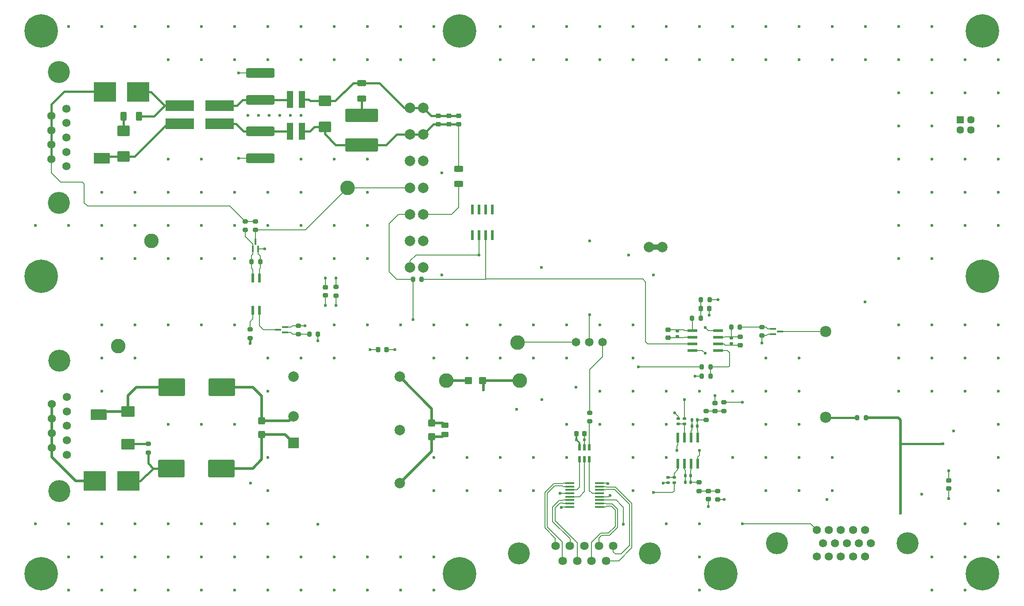
<source format=gbr>
%TF.GenerationSoftware,KiCad,Pcbnew,8.0.6*%
%TF.CreationDate,2025-05-06T15:07:16-04:00*%
%TF.ProjectId,TPC_COLD_HV_PDU,5450435f-434f-44c4-945f-48565f504455,rev?*%
%TF.SameCoordinates,Original*%
%TF.FileFunction,Copper,L1,Top*%
%TF.FilePolarity,Positive*%
%FSLAX46Y46*%
G04 Gerber Fmt 4.6, Leading zero omitted, Abs format (unit mm)*
G04 Created by KiCad (PCBNEW 8.0.6) date 2025-05-06 15:07:16*
%MOMM*%
%LPD*%
G01*
G04 APERTURE LIST*
G04 Aperture macros list*
%AMRoundRect*
0 Rectangle with rounded corners*
0 $1 Rounding radius*
0 $2 $3 $4 $5 $6 $7 $8 $9 X,Y pos of 4 corners*
0 Add a 4 corners polygon primitive as box body*
4,1,4,$2,$3,$4,$5,$6,$7,$8,$9,$2,$3,0*
0 Add four circle primitives for the rounded corners*
1,1,$1+$1,$2,$3*
1,1,$1+$1,$4,$5*
1,1,$1+$1,$6,$7*
1,1,$1+$1,$8,$9*
0 Add four rect primitives between the rounded corners*
20,1,$1+$1,$2,$3,$4,$5,0*
20,1,$1+$1,$4,$5,$6,$7,0*
20,1,$1+$1,$6,$7,$8,$9,0*
20,1,$1+$1,$8,$9,$2,$3,0*%
%AMFreePoly0*
4,1,5,1.625000,-0.625000,-1.625000,-0.625000,-1.625000,0.625000,1.625000,0.625000,1.625000,-0.625000,1.625000,-0.625000,$1*%
G04 Aperture macros list end*
%TA.AperFunction,SMDPad,CuDef*%
%ADD10R,4.241800X3.810000*%
%TD*%
%TA.AperFunction,SMDPad,CuDef*%
%ADD11R,0.558800X1.981200*%
%TD*%
%TA.AperFunction,ComponentPad*%
%ADD12C,2.159000*%
%TD*%
%TA.AperFunction,SMDPad,CuDef*%
%ADD13R,1.161200X0.350800*%
%TD*%
%TA.AperFunction,SMDPad,CuDef*%
%ADD14R,0.350800X1.161200*%
%TD*%
%TA.AperFunction,SMDPad,CuDef*%
%ADD15R,0.558800X1.651000*%
%TD*%
%TA.AperFunction,SMDPad,CuDef*%
%ADD16RoundRect,0.135000X-0.185000X0.135000X-0.185000X-0.135000X0.185000X-0.135000X0.185000X0.135000X0*%
%TD*%
%TA.AperFunction,SMDPad,CuDef*%
%ADD17RoundRect,0.250000X0.450000X0.425000X-0.450000X0.425000X-0.450000X-0.425000X0.450000X-0.425000X0*%
%TD*%
%TA.AperFunction,SMDPad,CuDef*%
%ADD18RoundRect,0.200000X-0.275000X0.200000X-0.275000X-0.200000X0.275000X-0.200000X0.275000X0.200000X0*%
%TD*%
%TA.AperFunction,SMDPad,CuDef*%
%ADD19RoundRect,0.135000X0.185000X-0.135000X0.185000X0.135000X-0.185000X0.135000X-0.185000X-0.135000X0*%
%TD*%
%TA.AperFunction,SMDPad,CuDef*%
%ADD20RoundRect,0.250000X0.425000X-0.450000X0.425000X0.450000X-0.425000X0.450000X-0.425000X-0.450000X0*%
%TD*%
%TA.AperFunction,SMDPad,CuDef*%
%ADD21RoundRect,0.200000X0.275000X-0.200000X0.275000X0.200000X-0.275000X0.200000X-0.275000X-0.200000X0*%
%TD*%
%TA.AperFunction,ComponentPad*%
%ADD22C,6.400000*%
%TD*%
%TA.AperFunction,SMDPad,CuDef*%
%ADD23RoundRect,0.250000X1.025000X-0.787500X1.025000X0.787500X-1.025000X0.787500X-1.025000X-0.787500X0*%
%TD*%
%TA.AperFunction,ComponentPad*%
%ADD24C,2.800000*%
%TD*%
%TA.AperFunction,ComponentPad*%
%ADD25C,1.575000*%
%TD*%
%TA.AperFunction,ComponentPad*%
%ADD26C,4.216000*%
%TD*%
%TA.AperFunction,SMDPad,CuDef*%
%ADD27RoundRect,0.250000X0.450000X-0.262500X0.450000X0.262500X-0.450000X0.262500X-0.450000X-0.262500X0*%
%TD*%
%TA.AperFunction,SMDPad,CuDef*%
%ADD28RoundRect,0.170000X2.330000X-1.530000X2.330000X1.530000X-2.330000X1.530000X-2.330000X-1.530000X0*%
%TD*%
%TA.AperFunction,SMDPad,CuDef*%
%ADD29RoundRect,0.225000X-0.250000X0.225000X-0.250000X-0.225000X0.250000X-0.225000X0.250000X0.225000X0*%
%TD*%
%TA.AperFunction,SMDPad,CuDef*%
%ADD30R,1.981200X0.558800*%
%TD*%
%TA.AperFunction,SMDPad,CuDef*%
%ADD31FreePoly0,90.000000*%
%TD*%
%TA.AperFunction,SMDPad,CuDef*%
%ADD32RoundRect,0.225000X0.250000X-0.225000X0.250000X0.225000X-0.250000X0.225000X-0.250000X-0.225000X0*%
%TD*%
%TA.AperFunction,SMDPad,CuDef*%
%ADD33RoundRect,0.250000X-0.625000X0.312500X-0.625000X-0.312500X0.625000X-0.312500X0.625000X0.312500X0*%
%TD*%
%TA.AperFunction,SMDPad,CuDef*%
%ADD34RoundRect,0.020000X-2.680000X0.980000X-2.680000X-0.980000X2.680000X-0.980000X2.680000X0.980000X0*%
%TD*%
%TA.AperFunction,SMDPad,CuDef*%
%ADD35R,5.400000X2.000000*%
%TD*%
%TA.AperFunction,SMDPad,CuDef*%
%ADD36RoundRect,0.250000X0.925000X-0.787500X0.925000X0.787500X-0.925000X0.787500X-0.925000X-0.787500X0*%
%TD*%
%TA.AperFunction,SMDPad,CuDef*%
%ADD37RoundRect,0.200000X-0.200000X-0.275000X0.200000X-0.275000X0.200000X0.275000X-0.200000X0.275000X0*%
%TD*%
%TA.AperFunction,ComponentPad*%
%ADD38C,1.650000*%
%TD*%
%TA.AperFunction,SMDPad,CuDef*%
%ADD39RoundRect,0.250000X-0.312500X-0.625000X0.312500X-0.625000X0.312500X0.625000X-0.312500X0.625000X0*%
%TD*%
%TA.AperFunction,SMDPad,CuDef*%
%ADD40RoundRect,0.250000X-0.925000X0.787500X-0.925000X-0.787500X0.925000X-0.787500X0.925000X0.787500X0*%
%TD*%
%TA.AperFunction,ComponentPad*%
%ADD41C,2.000000*%
%TD*%
%TA.AperFunction,SMDPad,CuDef*%
%ADD42RoundRect,0.250000X2.900000X-1.000000X2.900000X1.000000X-2.900000X1.000000X-2.900000X-1.000000X0*%
%TD*%
%TA.AperFunction,ComponentPad*%
%ADD43R,1.447800X1.447800*%
%TD*%
%TA.AperFunction,ComponentPad*%
%ADD44C,1.447800*%
%TD*%
%TA.AperFunction,SMDPad,CuDef*%
%ADD45RoundRect,0.225000X-0.225000X-0.250000X0.225000X-0.250000X0.225000X0.250000X-0.225000X0.250000X0*%
%TD*%
%TA.AperFunction,SMDPad,CuDef*%
%ADD46RoundRect,0.135000X0.135000X0.185000X-0.135000X0.185000X-0.135000X-0.185000X0.135000X-0.185000X0*%
%TD*%
%TA.AperFunction,ComponentPad*%
%ADD47C,1.635000*%
%TD*%
%TA.AperFunction,ComponentPad*%
%ADD48C,1.560000*%
%TD*%
%TA.AperFunction,ComponentPad*%
%ADD49R,2.000000X2.000000*%
%TD*%
%TA.AperFunction,SMDPad,CuDef*%
%ADD50RoundRect,0.250000X-2.450000X0.650000X-2.450000X-0.650000X2.450000X-0.650000X2.450000X0.650000X0*%
%TD*%
%TA.AperFunction,SMDPad,CuDef*%
%ADD51RoundRect,0.200000X0.200000X0.275000X-0.200000X0.275000X-0.200000X-0.275000X0.200000X-0.275000X0*%
%TD*%
%TA.AperFunction,SMDPad,CuDef*%
%ADD52RoundRect,0.225000X0.225000X0.250000X-0.225000X0.250000X-0.225000X-0.250000X0.225000X-0.250000X0*%
%TD*%
%TA.AperFunction,SMDPad,CuDef*%
%ADD53R,0.533400X1.219200*%
%TD*%
%TA.AperFunction,SMDPad,CuDef*%
%ADD54RoundRect,0.135000X-0.135000X-0.185000X0.135000X-0.185000X0.135000X0.185000X-0.135000X0.185000X0*%
%TD*%
%TA.AperFunction,SMDPad,CuDef*%
%ADD55RoundRect,0.250000X0.625000X-0.312500X0.625000X0.312500X-0.625000X0.312500X-0.625000X-0.312500X0*%
%TD*%
%TA.AperFunction,SMDPad,CuDef*%
%ADD56R,1.676400X0.355600*%
%TD*%
%TA.AperFunction,ViaPad*%
%ADD57C,0.600000*%
%TD*%
%TA.AperFunction,Conductor*%
%ADD58C,0.200000*%
%TD*%
%TA.AperFunction,Conductor*%
%ADD59C,0.400000*%
%TD*%
%TA.AperFunction,Conductor*%
%ADD60C,0.500000*%
%TD*%
%TA.AperFunction,Conductor*%
%ADD61C,0.300000*%
%TD*%
%TA.AperFunction,Conductor*%
%ADD62C,1.000000*%
%TD*%
G04 APERTURE END LIST*
D10*
%TO.P,F1,1,1*%
%TO.N,/V_SEC_IN*%
X102182300Y-69670000D03*
%TO.P,F1,2,2*%
%TO.N,Net-(F1-Pad2)*%
X108557700Y-69670000D03*
%TD*%
%TO.P,F2,1,1*%
%TO.N,/V_TELEM_IN*%
X100272300Y-144230000D03*
%TO.P,F2,2,2*%
%TO.N,Net-(F2-Pad2)*%
X106647700Y-144230000D03*
%TD*%
D11*
%TO.P,U7,1,NC*%
%TO.N,unconnected-(U7-NC-Pad1)*%
X172455000Y-97168800D03*
%TO.P,U7,2,V+*%
%TO.N,/5V_REF*%
X173725000Y-97168800D03*
%TO.P,U7,3,V-*%
%TO.N,/Telemetry_CKT/TEMP_0*%
X174995000Y-97168800D03*
%TO.P,U7,4,NC*%
%TO.N,unconnected-(U7-NC-Pad4)*%
X176265000Y-97168800D03*
%TO.P,U7,5,NC*%
%TO.N,unconnected-(U7-NC-Pad5)*%
X176265000Y-92241200D03*
%TO.P,U7,6,NC*%
%TO.N,unconnected-(U7-NC-Pad6)*%
X174995000Y-92241200D03*
%TO.P,U7,7,NC*%
%TO.N,unconnected-(U7-NC-Pad7)*%
X173725000Y-92241200D03*
%TO.P,U7,8,NC*%
%TO.N,unconnected-(U7-NC-Pad8)*%
X172455000Y-92241200D03*
%TD*%
D12*
%TO.P,P2,1,1*%
%TO.N,Net-(M3-Pad3)*%
X240000000Y-115620000D03*
%TD*%
%TO.P,P1,1,1*%
%TO.N,Net-(P1-Pad1)*%
X240000000Y-132049800D03*
%TD*%
D13*
%TO.P,M3,1,1*%
%TO.N,Net-(M3-Pad1)*%
X229955000Y-115060001D03*
%TO.P,M3,2,2*%
%TO.N,/V3p3_RTN*%
X229955000Y-116059999D03*
%TO.P,M3,3,3*%
%TO.N,Net-(M3-Pad3)*%
X231305000Y-115560000D03*
%TD*%
D14*
%TO.P,M2,1,1*%
%TO.N,Net-(M2-Pad1)*%
X130500001Y-99750000D03*
%TO.P,M2,2,2*%
%TO.N,/V_SEC_RTN*%
X131499999Y-99750000D03*
%TO.P,M2,3,3*%
%TO.N,/HV_EN*%
X131000000Y-98400000D03*
%TD*%
D13*
%TO.P,M1,1,1*%
%TO.N,Net-(M1-Pad1)*%
X136690000Y-115739998D03*
%TO.P,M1,2,2*%
%TO.N,/V_TELEM_RTN*%
X136690000Y-114740000D03*
%TO.P,M1,3,3*%
%TO.N,Net-(M1-Pad3)*%
X135340000Y-115239999D03*
%TD*%
D15*
%TO.P,Q1,1,1*%
%TO.N,Net-(Q1-Pad1)*%
X130485000Y-111559200D03*
%TO.P,Q1,2,2*%
%TO.N,Net-(M1-Pad3)*%
X131755000Y-111559200D03*
%TO.P,Q1,3,3*%
%TO.N,/V_SEC_RTN*%
X131755000Y-105310800D03*
%TO.P,Q1,4,4*%
%TO.N,Net-(M2-Pad1)*%
X130485000Y-105310800D03*
%TD*%
D16*
%TO.P,R31,1*%
%TO.N,Net-(U6B-B_OUT)*%
X221970000Y-116870000D03*
%TO.P,R31,2*%
%TO.N,Net-(U6B--INB)*%
X221970000Y-117890000D03*
%TD*%
%TO.P,R17,1*%
%TO.N,Net-(U6A-A_OUT)*%
X211670000Y-115515000D03*
%TO.P,R17,2*%
%TO.N,Net-(U6A--INA)*%
X211670000Y-116535000D03*
%TD*%
D17*
%TO.P,C13,1*%
%TO.N,/V3p3*%
X174430000Y-124990000D03*
%TO.P,C13,2*%
%TO.N,/V3p3_RTN*%
X171730000Y-124990000D03*
%TD*%
D18*
%TO.P,R36,1*%
%TO.N,Net-(C34-Pad2)*%
X219345000Y-146128800D03*
%TO.P,R36,2*%
%TO.N,/HV_I_MON_Telem*%
X219345000Y-147778800D03*
%TD*%
D19*
%TO.P,R25,1*%
%TO.N,/HV_I_MON*%
X211055000Y-144583800D03*
%TO.P,R25,2*%
%TO.N,Net-(U5B-+INB)*%
X211055000Y-143563800D03*
%TD*%
D20*
%TO.P,C11,1*%
%TO.N,/Telemetry_DCDC_Converter/V_POS*%
X132210000Y-135350000D03*
%TO.P,C11,2*%
%TO.N,/Telemetry_DCDC_Converter/V_RTN*%
X132210000Y-132650000D03*
%TD*%
D21*
%TO.P,R21,1*%
%TO.N,Net-(C27-Pad2)*%
X220575000Y-130818800D03*
%TO.P,R21,2*%
%TO.N,/HV_MON_Telem*%
X220575000Y-129168800D03*
%TD*%
D22*
%TO.P,H3,1,1*%
%TO.N,GNDPWR*%
X270000000Y-58000000D03*
%TD*%
%TO.P,H2,1,1*%
%TO.N,GNDPWR*%
X90000000Y-105000000D03*
%TD*%
D23*
%TO.P,C10,1*%
%TO.N,Net-(C10-Pad1)*%
X106610000Y-137153500D03*
%TO.P,C10,2*%
%TO.N,/V_TELEM_RTN*%
X106610000Y-130928500D03*
%TD*%
D24*
%TO.P,V_{GND}1,1,1*%
%TO.N,/V3p3_RTN*%
X167490000Y-124990000D03*
%TD*%
D22*
%TO.P,H6,1,1*%
%TO.N,GNDPWR*%
X170000000Y-58000000D03*
%TD*%
D18*
%TO.P,R7,1*%
%TO.N,/V_SEC_IN*%
X129010000Y-94480000D03*
%TO.P,R7,2*%
%TO.N,Net-(M2-Pad1)*%
X129010000Y-96130000D03*
%TD*%
D21*
%TO.P,R35,1*%
%TO.N,/V3p3_RTN*%
X227840000Y-116385000D03*
%TO.P,R35,2*%
%TO.N,Net-(M3-Pad1)*%
X227840000Y-114735000D03*
%TD*%
D25*
%TO.P,J3,1*%
%TO.N,/TEMP_0_Telem*%
X247536000Y-153630000D03*
%TO.P,J3,2*%
%TO.N,/TEMP_1_Telem*%
X245246000Y-153630000D03*
%TO.P,J3,3*%
%TO.N,unconnected-(J3-Pad3)*%
X242956000Y-153630000D03*
%TO.P,J3,4*%
%TO.N,/HV_I_MON_Telem*%
X240666000Y-153630000D03*
%TO.P,J3,5*%
%TO.N,/HV_MON_Telem*%
X238376000Y-153630000D03*
%TO.P,J3,6*%
%TO.N,/V3p3_RTN*%
X248681000Y-156170000D03*
%TO.P,J3,7*%
X246391000Y-156170000D03*
%TO.P,J3,8*%
X244101000Y-156170000D03*
%TO.P,J3,9*%
X241811000Y-156170000D03*
%TO.P,J3,10*%
X239521000Y-156170000D03*
%TO.P,J3,11*%
%TO.N,unconnected-(J3-Pad11)*%
X247536000Y-158710000D03*
%TO.P,J3,12*%
%TO.N,unconnected-(J3-Pad12)*%
X245246000Y-158710000D03*
%TO.P,J3,13*%
%TO.N,unconnected-(J3-Pad13)*%
X242956000Y-158710000D03*
%TO.P,J3,14*%
%TO.N,unconnected-(J3-Pad14)*%
X240666000Y-158710000D03*
%TO.P,J3,15*%
%TO.N,unconnected-(J3-Pad15)*%
X238376000Y-158710000D03*
D26*
%TO.P,J3,S1*%
%TO.N,GNDPWR*%
X230715000Y-156170000D03*
%TO.P,J3,S2*%
X255705000Y-156170000D03*
%TD*%
D27*
%TO.P,R13,1*%
%TO.N,/P5V*%
X167200000Y-135322500D03*
%TO.P,R13,2*%
%TO.N,/V3p3_RTN*%
X167200000Y-133497500D03*
%TD*%
D28*
%TO.P,L4,1,1*%
%TO.N,Net-(F2-Pad2)*%
X114900000Y-141801000D03*
%TO.P,L4,2,2*%
%TO.N,/Telemetry_DCDC_Converter/V_POS*%
X124500000Y-141801000D03*
%TD*%
D19*
%TO.P,R15,1*%
%TO.N,Net-(U5A-+INA)*%
X211845000Y-133273800D03*
%TO.P,R15,2*%
%TO.N,/V3p3_RTN*%
X211845000Y-132253800D03*
%TD*%
D29*
%TO.P,C37,1*%
%TO.N,/V_SEC_RTN*%
X144390000Y-107115000D03*
%TO.P,C37,2*%
%TO.N,/V_TELEM_RTN*%
X144390000Y-108665000D03*
%TD*%
D30*
%TO.P,U6,1,A_OUT*%
%TO.N,Net-(U6A-A_OUT)*%
X214516200Y-115430000D03*
%TO.P,U6,2,-INA*%
%TO.N,Net-(U6A--INA)*%
X214516200Y-116700000D03*
%TO.P,U6,3,+INA*%
%TO.N,/Telemetry_CKT/TEMP_0*%
X214516200Y-117970000D03*
%TO.P,U6,4,VSS*%
%TO.N,/V3p3_RTN*%
X214516200Y-119240000D03*
%TO.P,U6,5,+INB*%
%TO.N,Net-(U6B-+INB)*%
X219443800Y-119240000D03*
%TO.P,U6,6,-INB*%
%TO.N,Net-(U6B--INB)*%
X219443800Y-117970000D03*
%TO.P,U6,7,B_OUT*%
%TO.N,Net-(U6B-B_OUT)*%
X219443800Y-116700000D03*
%TO.P,U6,8,VCC*%
%TO.N,/V3p3*%
X219443800Y-115430000D03*
%TD*%
D31*
%TO.P,L2,1,1*%
%TO.N,Net-(C2-Pad1)*%
X137586000Y-77239000D03*
%TO.P,L2,2,2*%
%TO.N,/Main_DCDC_Converter/V_IN*%
X139861000Y-77239000D03*
%TD*%
D32*
%TO.P,C6,1*%
%TO.N,/Main_DCDC_Converter/V_IN*%
X169880000Y-75860000D03*
%TO.P,C6,2*%
%TO.N,/Main_DCDC_Converter/V_RTN*%
X169880000Y-74310000D03*
%TD*%
D29*
%TO.P,C27,1*%
%TO.N,/V3p3_RTN*%
X218895000Y-129273800D03*
%TO.P,C27,2*%
%TO.N,Net-(C27-Pad2)*%
X218895000Y-130823800D03*
%TD*%
D33*
%TO.P,R3,1*%
%TO.N,/Main_DCDC_Converter/V_IN*%
X169880000Y-84422500D03*
%TO.P,R3,2*%
%TO.N,Net-(U1-V_MODE)*%
X169880000Y-87347500D03*
%TD*%
D21*
%TO.P,R6,1*%
%TO.N,/P5V*%
X129950000Y-116840000D03*
%TO.P,R6,2*%
%TO.N,Net-(Q1-Pad1)*%
X129950000Y-115190000D03*
%TD*%
D34*
%TO.P,L1,1*%
%TO.N,Net-(C2-Pad1)*%
X124160000Y-75815000D03*
%TO.P,L1,2*%
%TO.N,Net-(C3-Pad2)*%
X124160000Y-72315000D03*
%TO.P,L1,3*%
%TO.N,Net-(F1-Pad2)*%
X116540000Y-72315000D03*
D35*
%TO.P,L1,4*%
%TO.N,/V_SEC_RTN*%
X116540000Y-75815000D03*
%TD*%
D24*
%TO.P,V_{3.3V}1,1,1*%
%TO.N,/V3p3*%
X181560000Y-125020000D03*
%TD*%
D32*
%TO.P,C34,1*%
%TO.N,/V3p3_RTN*%
X217605000Y-147678800D03*
%TO.P,C34,2*%
%TO.N,Net-(C34-Pad2)*%
X217605000Y-146128800D03*
%TD*%
D36*
%TO.P,C4,1*%
%TO.N,/Main_DCDC_Converter/V_IN*%
X144250000Y-76357500D03*
%TO.P,C4,2*%
%TO.N,/Main_DCDC_Converter/V_RTN*%
X144250000Y-71432500D03*
%TD*%
D37*
%TO.P,R4,1*%
%TO.N,Net-(M1-Pad1)*%
X141285000Y-116115000D03*
%TO.P,R4,2*%
%TO.N,/Enable_SIG*%
X142935000Y-116115000D03*
%TD*%
D38*
%TO.P,J5,1*%
%TO.N,/HV_SET_INT*%
X197400000Y-117660000D03*
%TO.P,J5,2*%
%TO.N,/Main_DCDC_Converter/HV_SET*%
X194860000Y-117660000D03*
%TO.P,J5,3*%
%TO.N,/HV_SET_EXT*%
X192320000Y-117660000D03*
%TD*%
D32*
%TO.P,C8,1*%
%TO.N,/Main_DCDC_Converter/V_IN*%
X165980000Y-75860000D03*
%TO.P,C8,2*%
%TO.N,/Main_DCDC_Converter/V_RTN*%
X165980000Y-74310000D03*
%TD*%
D22*
%TO.P,H9,1,1*%
%TO.N,GNDPWR*%
X270000000Y-105000000D03*
%TD*%
D37*
%TO.P,R22,1*%
%TO.N,Net-(C28-Pad2)*%
X216185000Y-109500000D03*
%TO.P,R22,2*%
%TO.N,/TEMP_0_Telem*%
X217835000Y-109500000D03*
%TD*%
D39*
%TO.P,R1,1*%
%TO.N,Net-(C1-Pad1)*%
X105767500Y-74352500D03*
%TO.P,R1,2*%
%TO.N,Net-(F1-Pad2)*%
X108692500Y-74352500D03*
%TD*%
D16*
%TO.P,R26,1*%
%TO.N,Net-(U5B-+INB)*%
X209885000Y-143563800D03*
%TO.P,R26,2*%
%TO.N,/V3p3_RTN*%
X209885000Y-144583800D03*
%TD*%
D40*
%TO.P,C1,1*%
%TO.N,Net-(C1-Pad1)*%
X105750000Y-77150000D03*
%TO.P,C1,2*%
%TO.N,/V_SEC_RTN*%
X105750000Y-82075000D03*
%TD*%
D41*
%TO.P,U1,1,SEC_RTN*%
%TO.N,/Main_DCDC_Converter/V_RTN*%
X160560000Y-72745000D03*
%TO.P,U1,2,SEC_IN*%
%TO.N,/Main_DCDC_Converter/V_IN*%
X160560000Y-77845000D03*
%TO.P,U1,3,HV_I_MON*%
%TO.N,/HV_I_MON*%
X160560000Y-82945000D03*
%TO.P,U1,4,HV_ENABLE*%
%TO.N,/HV_EN*%
X160560000Y-88045000D03*
%TO.P,U1,5,SIG_GND*%
%TO.N,/V3p3_RTN*%
X160560000Y-93145000D03*
%TO.P,U1,6*%
%TO.N,N/C*%
X160560000Y-98245000D03*
%TO.P,U1,7,Vref_5V*%
%TO.N,/5V_REF*%
X160560000Y-103345000D03*
%TO.P,U1,8,SEC_RTN*%
%TO.N,/Main_DCDC_Converter/V_RTN*%
X163060000Y-72745000D03*
%TO.P,U1,9,SEC_IN*%
%TO.N,/Main_DCDC_Converter/V_IN*%
X163060000Y-77845000D03*
%TO.P,U1,10,NC*%
%TO.N,unconnected-(U1-NC-Pad10)*%
X163060000Y-82945000D03*
%TO.P,U1,11,I-MODE*%
%TO.N,/Main_DCDC_Converter/V_RTN*%
X163060000Y-88045000D03*
%TO.P,U1,12,V_MODE*%
%TO.N,Net-(U1-V_MODE)*%
X163060000Y-93145000D03*
%TO.P,U1,13,Remote*%
%TO.N,/Main_DCDC_Converter/HV_SET*%
X163060000Y-98245000D03*
%TO.P,U1,14,HV_MON*%
%TO.N,/HV_MON*%
X163060000Y-103345000D03*
%TO.P,U1,15,HV_RTN*%
%TO.N,/HV_RTN*%
X206260000Y-99445000D03*
%TO.P,U1,16,HV_RTN*%
X208760000Y-99445000D03*
%TD*%
D24*
%TO.P,GND1,1,1*%
%TO.N,/V_TELEM_RTN*%
X104730000Y-118410000D03*
%TD*%
D37*
%TO.P,R28,1*%
%TO.N,/5V_REF*%
X216345000Y-122350000D03*
%TO.P,R28,2*%
%TO.N,Net-(U6B-+INB)*%
X217995000Y-122350000D03*
%TD*%
D32*
%TO.P,C30,1*%
%TO.N,/V3p3*%
X263570000Y-145655000D03*
%TO.P,C30,2*%
%TO.N,/V3p3_RTN*%
X263570000Y-144105000D03*
%TD*%
D42*
%TO.P,C5,1*%
%TO.N,/Main_DCDC_Converter/V_IN*%
X151310000Y-79875000D03*
%TO.P,C5,2*%
%TO.N,Net-(C5-Pad2)*%
X151310000Y-74175000D03*
%TD*%
D18*
%TO.P,R39,1*%
%TO.N,/V_SEC_RTN*%
X146360000Y-107065000D03*
%TO.P,R39,2*%
%TO.N,/V_TELEM_RTN*%
X146360000Y-108715000D03*
%TD*%
D37*
%TO.P,R33,1*%
%TO.N,Net-(U6B-B_OUT)*%
X221985000Y-114740000D03*
%TO.P,R33,2*%
%TO.N,Net-(M3-Pad1)*%
X223635000Y-114740000D03*
%TD*%
D22*
%TO.P,H8,1,1*%
%TO.N,GNDPWR*%
X170000000Y-162000000D03*
%TD*%
%TO.P,H4,1,1*%
%TO.N,GNDPWR*%
X220000000Y-162000000D03*
%TD*%
D43*
%TO.P,J6,1,1*%
%TO.N,/HV_RTN*%
X265779999Y-75009999D03*
D44*
%TO.P,J6,2,2*%
X265779999Y-77010000D03*
%TO.P,J6,3,3*%
X267780000Y-75009999D03*
%TO.P,J6,4,4*%
X267780000Y-77010000D03*
%TD*%
D45*
%TO.P,C9,1*%
%TO.N,/P5V*%
X192370000Y-135170000D03*
%TO.P,C9,2*%
%TO.N,/V3p3_RTN*%
X193920000Y-135170000D03*
%TD*%
D22*
%TO.P,H7,1,1*%
%TO.N,GNDPWR*%
X270000000Y-162000000D03*
%TD*%
D46*
%TO.P,R16,1*%
%TO.N,Net-(U5A-A_OUT)*%
X215495000Y-133703800D03*
%TO.P,R16,2*%
%TO.N,Net-(U5A--INA)*%
X214475000Y-133703800D03*
%TD*%
D11*
%TO.P,U5,1,A_OUT*%
%TO.N,Net-(U5A-A_OUT)*%
X215605000Y-135936200D03*
%TO.P,U5,2,-INA*%
%TO.N,Net-(U5A--INA)*%
X214335000Y-135936200D03*
%TO.P,U5,3,+INA*%
%TO.N,Net-(U5A-+INA)*%
X213065000Y-135936200D03*
%TO.P,U5,4,VSS*%
%TO.N,/V3p3_RTN*%
X211795000Y-135936200D03*
%TO.P,U5,5,+INB*%
%TO.N,Net-(U5B-+INB)*%
X211795000Y-140863800D03*
%TO.P,U5,6,-INB*%
%TO.N,Net-(U5B--INB)*%
X213065000Y-140863800D03*
%TO.P,U5,7,B_OUT*%
%TO.N,Net-(U5B-B_OUT)*%
X214335000Y-140863800D03*
%TO.P,U5,8,VCC*%
%TO.N,/V3p3*%
X215605000Y-140863800D03*
%TD*%
D47*
%TO.P,J4,1*%
%TO.N,/SYNC_n+*%
X199440000Y-156690000D03*
%TO.P,J4,2*%
%TO.N,/Enable-*%
X196670000Y-156690000D03*
%TO.P,J4,3*%
%TO.N,unconnected-(J4-Pad3)*%
X193900000Y-156690000D03*
%TO.P,J4,4*%
%TO.N,/SCLK+*%
X191130000Y-156690000D03*
%TO.P,J4,5*%
%TO.N,/Data_In-*%
X188360000Y-156690000D03*
%TO.P,J4,6*%
%TO.N,/SYNC_n-*%
X198055000Y-159530000D03*
%TO.P,J4,7*%
%TO.N,/Enable+*%
X195285000Y-159530000D03*
%TO.P,J4,8*%
%TO.N,/SCLK-*%
X192515000Y-159530000D03*
%TO.P,J4,9*%
%TO.N,/Data_In+*%
X189745000Y-159530000D03*
D26*
%TO.P,J4,S1*%
%TO.N,GNDPWR*%
X181400000Y-158110000D03*
%TO.P,J4,S2*%
X206400000Y-158110000D03*
%TD*%
D18*
%TO.P,R8,1*%
%TO.N,/V_SEC_IN*%
X131000000Y-94480000D03*
%TO.P,R8,2*%
%TO.N,/HV_EN*%
X131000000Y-96130000D03*
%TD*%
D48*
%TO.P,J2,1*%
%TO.N,/V_TELEM_RTN*%
X94880000Y-128120000D03*
%TO.P,J2,2*%
X94880000Y-130890000D03*
%TO.P,J2,3*%
%TO.N,unconnected-(J2-Pad3)*%
X94880000Y-133660000D03*
%TO.P,J2,4*%
%TO.N,/V_TELEM_RTN*%
X94880000Y-136430000D03*
%TO.P,J2,5*%
X94880000Y-139200000D03*
%TO.P,J2,6*%
%TO.N,/V_TELEM_IN*%
X92040000Y-129505000D03*
%TO.P,J2,7*%
X92040000Y-132275000D03*
%TO.P,J2,8*%
X92040000Y-135045000D03*
%TO.P,J2,9*%
X92040000Y-137815000D03*
D26*
%TO.P,J2,S1*%
%TO.N,GNDPWR*%
X93460000Y-121160000D03*
%TO.P,J2,S2*%
X93460000Y-146160000D03*
%TD*%
D32*
%TO.P,C24,1*%
%TO.N,Net-(U6A--INA)*%
X209860000Y-116800000D03*
%TO.P,C24,2*%
%TO.N,Net-(U6A-A_OUT)*%
X209860000Y-115250000D03*
%TD*%
D49*
%TO.P,U4,1,+VIN*%
%TO.N,/Telemetry_DCDC_Converter/V_POS*%
X138247500Y-136930000D03*
D41*
%TO.P,U4,2,-VIN*%
%TO.N,/Telemetry_DCDC_Converter/V_RTN*%
X138247500Y-131830000D03*
%TO.P,U4,3,+VOUT*%
%TO.N,/P5V*%
X158547500Y-144630000D03*
%TO.P,U4,4,TRIM*%
%TO.N,unconnected-(U4-TRIM-Pad4)*%
X158547500Y-134430000D03*
%TO.P,U4,5,-VOUT*%
%TO.N,/V3p3_RTN*%
X158547500Y-124230000D03*
%TO.P,U4,6,REMOTE*%
%TO.N,unconnected-(U4-REMOTE-Pad6)*%
X138247500Y-124230000D03*
%TD*%
D21*
%TO.P,R5,1*%
%TO.N,Net-(M1-Pad1)*%
X139240000Y-116120000D03*
%TO.P,R5,2*%
%TO.N,/V_TELEM_RTN*%
X139240000Y-114470000D03*
%TD*%
D20*
%TO.P,C22,1*%
%TO.N,/P5V*%
X164680000Y-135775000D03*
%TO.P,C22,2*%
%TO.N,/V3p3_RTN*%
X164680000Y-133075000D03*
%TD*%
D50*
%TO.P,C2,1*%
%TO.N,Net-(C2-Pad1)*%
X131890000Y-77265000D03*
%TO.P,C2,2*%
%TO.N,GNDPWR*%
X131890000Y-82365000D03*
%TD*%
D24*
%TO.P,V_{EN}1,1,1*%
%TO.N,/HV_EN*%
X148590000Y-88075000D03*
%TD*%
D51*
%TO.P,R27,1*%
%TO.N,Net-(U6B-+INB)*%
X218005000Y-124100000D03*
%TO.P,R27,2*%
%TO.N,unconnected-(R27-Pad2)*%
X216355000Y-124100000D03*
%TD*%
D32*
%TO.P,C7,1*%
%TO.N,/Main_DCDC_Converter/V_IN*%
X167970000Y-75860000D03*
%TO.P,C7,2*%
%TO.N,/Main_DCDC_Converter/V_RTN*%
X167970000Y-74310000D03*
%TD*%
D28*
%TO.P,L5,1,1*%
%TO.N,/V_TELEM_RTN*%
X114980000Y-126241000D03*
%TO.P,L5,2,2*%
%TO.N,/Telemetry_DCDC_Converter/V_RTN*%
X124580000Y-126241000D03*
%TD*%
D22*
%TO.P,H5,1,1*%
%TO.N,GNDPWR*%
X90000000Y-162000000D03*
%TD*%
%TO.P,H1,1,1*%
%TO.N,GNDPWR*%
X90000000Y-58000000D03*
%TD*%
D18*
%TO.P,R34,1*%
%TO.N,Net-(U5B-B_OUT)*%
X215795000Y-144478800D03*
%TO.P,R34,2*%
%TO.N,Net-(C34-Pad2)*%
X215795000Y-146128800D03*
%TD*%
D52*
%TO.P,C19,1*%
%TO.N,/V3p3_RTN*%
X156025000Y-119070000D03*
%TO.P,C19,2*%
%TO.N,GNDPWR*%
X154475000Y-119070000D03*
%TD*%
D31*
%TO.P,L3,1,1*%
%TO.N,Net-(C3-Pad2)*%
X137566000Y-71129000D03*
%TO.P,L3,2,2*%
%TO.N,/Main_DCDC_Converter/V_RTN*%
X139841000Y-71129000D03*
%TD*%
D37*
%TO.P,R20,1*%
%TO.N,Net-(U6A-A_OUT)*%
X214505000Y-113040000D03*
%TO.P,R20,2*%
%TO.N,Net-(C28-Pad2)*%
X216155000Y-113040000D03*
%TD*%
D53*
%TO.P,U2,1,VOUT*%
%TO.N,Net-(U2-VOUT)*%
X194865001Y-137731600D03*
%TO.P,U2,2,GND*%
%TO.N,/V3p3_RTN*%
X193915000Y-137731600D03*
%TO.P,U2,3,VA*%
%TO.N,/P5V*%
X192964999Y-137731600D03*
%TO.P,U2,4,DIN*%
%TO.N,/HV_SET_CKT/D_IN*%
X192964999Y-140068400D03*
%TO.P,U2,5,SCLK*%
%TO.N,/HV_SET_CKT/SCLK*%
X193915000Y-140068400D03*
%TO.P,U2,6,\u002ASYNC*%
%TO.N,/HV_SET_CKT/SYNC_n*%
X194865001Y-140068400D03*
%TD*%
D37*
%TO.P,R9,1*%
%TO.N,Net-(M2-Pad1)*%
X130265000Y-102195000D03*
%TO.P,R9,2*%
%TO.N,/V_SEC_RTN*%
X131915000Y-102195000D03*
%TD*%
%TO.P,R37,1*%
%TO.N,Net-(P1-Pad1)*%
X246063000Y-132100000D03*
%TO.P,R37,2*%
%TO.N,/P5V*%
X247713000Y-132100000D03*
%TD*%
D32*
%TO.P,C32,1*%
%TO.N,Net-(U6B--INB)*%
X223690000Y-118175000D03*
%TO.P,C32,2*%
%TO.N,Net-(U6B-B_OUT)*%
X223690000Y-116625000D03*
%TD*%
D54*
%TO.P,C31,1*%
%TO.N,Net-(U5B--INB)*%
X213215000Y-144483800D03*
%TO.P,C31,2*%
%TO.N,Net-(U5B-B_OUT)*%
X214235000Y-144483800D03*
%TD*%
D48*
%TO.P,J1,1*%
%TO.N,/V_SEC_RTN*%
X94830000Y-72880000D03*
%TO.P,J1,2*%
X94830000Y-75650000D03*
%TO.P,J1,3*%
%TO.N,unconnected-(J1-Pad3)*%
X94830000Y-78420000D03*
%TO.P,J1,4*%
%TO.N,/V_SEC_RTN*%
X94830000Y-81190000D03*
%TO.P,J1,5*%
X94830000Y-83960000D03*
%TO.P,J1,6*%
%TO.N,/V_SEC_IN*%
X91990000Y-74265000D03*
%TO.P,J1,7*%
X91990000Y-77035000D03*
%TO.P,J1,8*%
X91990000Y-79805000D03*
%TO.P,J1,9*%
X91990000Y-82575000D03*
D26*
%TO.P,J1,S1*%
%TO.N,GNDPWR*%
X93410000Y-65920000D03*
%TO.P,J1,S2*%
X93410000Y-90920000D03*
%TD*%
D51*
%TO.P,R18,1*%
%TO.N,/Telemetry_CKT/TEMP_0*%
X162765000Y-105555000D03*
%TO.P,R18,2*%
%TO.N,/V3p3_RTN*%
X161115000Y-105555000D03*
%TD*%
D46*
%TO.P,R29,1*%
%TO.N,Net-(U5B-B_OUT)*%
X214235000Y-143213800D03*
%TO.P,R29,2*%
%TO.N,Net-(U5B--INB)*%
X213215000Y-143213800D03*
%TD*%
D52*
%TO.P,C28,1*%
%TO.N,/V3p3_RTN*%
X217735000Y-111160000D03*
%TO.P,C28,2*%
%TO.N,Net-(C28-Pad2)*%
X216185000Y-111160000D03*
%TD*%
D55*
%TO.P,R2,1*%
%TO.N,Net-(C5-Pad2)*%
X151350000Y-70950000D03*
%TO.P,R2,2*%
%TO.N,/Main_DCDC_Converter/V_RTN*%
X151350000Y-68025000D03*
%TD*%
D50*
%TO.P,C3,1*%
%TO.N,GNDPWR*%
X131890000Y-66095000D03*
%TO.P,C3,2*%
%TO.N,Net-(C3-Pad2)*%
X131890000Y-71195000D03*
%TD*%
D21*
%TO.P,R11,1*%
%TO.N,Net-(F2-Pad2)*%
X110460000Y-138765000D03*
%TO.P,R11,2*%
%TO.N,Net-(C10-Pad1)*%
X110460000Y-137115000D03*
%TD*%
D24*
%TO.P,GND2,1,1*%
%TO.N,/V_SEC_RTN*%
X111060000Y-98240000D03*
%TD*%
%TO.P,HV_SET_{-EXT}1,1,1*%
%TO.N,/HV_SET_EXT*%
X181130000Y-117680000D03*
%TD*%
D16*
%TO.P,R14,1*%
%TO.N,/HV_MON*%
X213065000Y-132253800D03*
%TO.P,R14,2*%
%TO.N,Net-(U5A-+INA)*%
X213065000Y-133273800D03*
%TD*%
D56*
%TO.P,U10,1,IN_1-*%
%TO.N,/Data_In-*%
X191095600Y-144615001D03*
%TO.P,U10,2,IN_1+*%
%TO.N,/Data_In+*%
X191095600Y-145264999D03*
%TO.P,U10,3,OUT_1*%
%TO.N,/HV_SET_CKT/D_IN*%
X191095600Y-145915001D03*
%TO.P,U10,4,EN+*%
%TO.N,/V3p3*%
X191095600Y-146564999D03*
%TO.P,U10,5,OUT_2*%
%TO.N,/HV_SET_CKT/SCLK*%
X191095600Y-147214998D03*
%TO.P,U10,6,IN_2+*%
%TO.N,/SCLK+*%
X191095600Y-147864999D03*
%TO.P,U10,7,IN_2-*%
%TO.N,/SCLK-*%
X191095600Y-148514998D03*
%TO.P,U10,8,VSS*%
%TO.N,/V3p3_RTN*%
X191095600Y-149164999D03*
%TO.P,U10,9,IN_3-*%
%TO.N,/Enable+*%
X196734400Y-149164999D03*
%TO.P,U10,10,IN_3+*%
%TO.N,/Enable-*%
X196734400Y-148515001D03*
%TO.P,U10,11,OUT_3*%
%TO.N,/Enable_SIG*%
X196734400Y-147864999D03*
%TO.P,U10,12,EN-*%
%TO.N,/V3p3_RTN*%
X196734400Y-147215001D03*
%TO.P,U10,13,OUT_4*%
%TO.N,/HV_SET_CKT/SYNC_n*%
X196734400Y-146565002D03*
%TO.P,U10,14,IN_4+*%
%TO.N,/SYNC_n+*%
X196734400Y-145915001D03*
%TO.P,U10,15,IN_4-*%
%TO.N,/SYNC_n-*%
X196734400Y-145265002D03*
%TO.P,U10,16,VCC*%
%TO.N,/V3p3*%
X196734400Y-144615001D03*
%TD*%
D54*
%TO.P,C23,1*%
%TO.N,Net-(U5A--INA)*%
X214475000Y-132503800D03*
%TO.P,C23,2*%
%TO.N,Net-(U5A-A_OUT)*%
X215495000Y-132503800D03*
%TD*%
D21*
%TO.P,R19,1*%
%TO.N,Net-(U5A-A_OUT)*%
X217185000Y-132493800D03*
%TO.P,R19,2*%
%TO.N,Net-(C27-Pad2)*%
X217185000Y-130843800D03*
%TD*%
D18*
%TO.P,R10,1*%
%TO.N,/HV_SET_INT*%
X194880000Y-131125000D03*
%TO.P,R10,2*%
%TO.N,Net-(U2-VOUT)*%
X194880000Y-132775000D03*
%TD*%
D57*
%TO.N,/V_SEC_RTN*%
X101572000Y-81869000D03*
X273050000Y-95250000D03*
X254000000Y-88900000D03*
X184150000Y-57150000D03*
X266700000Y-95250000D03*
X228600000Y-57150000D03*
X254000000Y-76200000D03*
X133350000Y-88900000D03*
X146050000Y-63500000D03*
X146050000Y-101600000D03*
X120650000Y-101600000D03*
X228600000Y-63500000D03*
X139700000Y-95250000D03*
X120650000Y-82550000D03*
X203200000Y-63500000D03*
X133350000Y-57150000D03*
X234950000Y-57150000D03*
X266700000Y-69850000D03*
X133350000Y-63500000D03*
X260350000Y-63500000D03*
X152400000Y-95250000D03*
X101600000Y-88900000D03*
X137668000Y-74168000D03*
X222250000Y-63500000D03*
X139700000Y-74168000D03*
X273050000Y-63500000D03*
X254000000Y-69850000D03*
X209550000Y-57150000D03*
X131572000Y-74168000D03*
X101600000Y-101600000D03*
X133350000Y-95250000D03*
X114300000Y-88900000D03*
X100556000Y-81869000D03*
X254000000Y-82550000D03*
X132730000Y-99745000D03*
X177800000Y-57150000D03*
X247650000Y-57150000D03*
X241300000Y-57150000D03*
X152400000Y-101600000D03*
X120650000Y-95250000D03*
X215900000Y-63500000D03*
X127000000Y-63500000D03*
X102588000Y-81869000D03*
X139700000Y-101600000D03*
X260350000Y-57150000D03*
X139700000Y-82550000D03*
X152400000Y-63500000D03*
X95250000Y-57150000D03*
X146360000Y-105350000D03*
X120650000Y-63500000D03*
X114300000Y-101600000D03*
X254000000Y-95250000D03*
X260350000Y-76200000D03*
X146050000Y-82550000D03*
X254000000Y-101600000D03*
X139700000Y-63500000D03*
X139700000Y-57150000D03*
X260350000Y-88900000D03*
X152400000Y-88900000D03*
X209550000Y-63500000D03*
X254000000Y-63500000D03*
X100556000Y-82885000D03*
X254000000Y-57150000D03*
X234950000Y-63500000D03*
X120650000Y-57150000D03*
X273050000Y-76200000D03*
X135636000Y-74168000D03*
X215900000Y-57150000D03*
X129540000Y-74168000D03*
X114300000Y-63500000D03*
X266700000Y-88900000D03*
X260350000Y-95250000D03*
X102588000Y-82885000D03*
X273050000Y-88900000D03*
X247650000Y-63500000D03*
X152400000Y-82550000D03*
X146050000Y-95250000D03*
X107950000Y-101600000D03*
X107950000Y-95250000D03*
X260350000Y-69850000D03*
X101572000Y-82885000D03*
X114300000Y-82550000D03*
X158750000Y-63500000D03*
X101600000Y-57150000D03*
X146050000Y-57150000D03*
X241300000Y-63500000D03*
X127000000Y-95250000D03*
X127000000Y-57150000D03*
X158750000Y-57150000D03*
X88900000Y-95250000D03*
X184150000Y-63500000D03*
X260350000Y-82550000D03*
X127000000Y-101600000D03*
X107950000Y-88900000D03*
X260350000Y-101600000D03*
X114300000Y-57150000D03*
X196850000Y-57150000D03*
X266700000Y-63500000D03*
X266700000Y-82550000D03*
X114300000Y-95250000D03*
X133604000Y-74168000D03*
X190500000Y-57150000D03*
X273050000Y-82550000D03*
X196850000Y-63500000D03*
X144390000Y-105350000D03*
X127000000Y-88900000D03*
X95250000Y-95250000D03*
X139700000Y-88900000D03*
X152400000Y-57150000D03*
X190500000Y-63500000D03*
X273050000Y-69850000D03*
X165100000Y-63500000D03*
X177800000Y-63500000D03*
X203200000Y-57150000D03*
X120650000Y-88900000D03*
X165100000Y-57150000D03*
X101600000Y-95250000D03*
X107950000Y-57150000D03*
X222250000Y-57150000D03*
%TO.N,GNDPWR*%
X152908000Y-119070000D03*
X127780000Y-66095000D03*
X127770000Y-82395000D03*
%TO.N,/V3p3*%
X198385000Y-144740000D03*
X216980000Y-114810000D03*
X263560000Y-147630000D03*
X174550000Y-126740000D03*
X189205000Y-146580000D03*
X215935000Y-138383800D03*
%TO.N,/V3p3_RTN*%
X218895000Y-127873800D03*
X227840000Y-117770000D03*
X157660000Y-119080000D03*
X211565000Y-138393800D03*
X180910000Y-130470000D03*
X217605000Y-149123800D03*
X258380000Y-146770000D03*
X217735000Y-112490000D03*
X198775000Y-147000000D03*
X161115000Y-113270000D03*
%TO.N,unconnected-(R27-Pad2)*%
X215090000Y-124100000D03*
%TO.N,/V3p3_RTN*%
X264510000Y-134640000D03*
X263570000Y-142250000D03*
X211155000Y-131183800D03*
X208935000Y-144593800D03*
X193915000Y-136350000D03*
X216980000Y-119770000D03*
X189455000Y-149310000D03*
%TO.N,/V_TELEM_RTN*%
X260350000Y-158750000D03*
X102000000Y-131000000D03*
X127000000Y-165100000D03*
X114300000Y-114300000D03*
X107950000Y-158750000D03*
X190500000Y-114300000D03*
X146050000Y-114300000D03*
X192300000Y-126260000D03*
X127000000Y-158750000D03*
X184150000Y-146050000D03*
X171450000Y-120650000D03*
X273050000Y-158750000D03*
X152400000Y-158750000D03*
X222250000Y-127000000D03*
X177800000Y-146050000D03*
X139700000Y-120650000D03*
X190500000Y-120650000D03*
X101600000Y-114300000D03*
X127000000Y-133350000D03*
X100000000Y-131000000D03*
X273050000Y-133350000D03*
X144400000Y-110600000D03*
X209550000Y-127000000D03*
X120650000Y-133350000D03*
X139700000Y-165100000D03*
X241300000Y-139700000D03*
X273050000Y-139700000D03*
X273050000Y-146050000D03*
X133350000Y-158750000D03*
X234950000Y-139700000D03*
X114300000Y-158750000D03*
X101600000Y-152400000D03*
X254000000Y-120650000D03*
X139700000Y-158750000D03*
X146050000Y-165100000D03*
X158750000Y-114300000D03*
X100000000Y-132000000D03*
X196850000Y-133350000D03*
X234950000Y-120650000D03*
X254000000Y-114300000D03*
X228600000Y-146050000D03*
X101600000Y-127000000D03*
X133350000Y-127000000D03*
X203200000Y-127000000D03*
X234950000Y-133350000D03*
X133350000Y-146050000D03*
X101000000Y-131000000D03*
X266700000Y-127000000D03*
X95250000Y-158750000D03*
X215900000Y-158750000D03*
X102000000Y-132000000D03*
X266700000Y-158750000D03*
X146050000Y-120650000D03*
X101600000Y-120650000D03*
X177800000Y-120650000D03*
X133350000Y-152400000D03*
X266700000Y-152400000D03*
X120650000Y-114300000D03*
X171450000Y-139700000D03*
X266700000Y-165100000D03*
X273050000Y-120650000D03*
X101000000Y-132000000D03*
X171450000Y-146050000D03*
X215900000Y-127000000D03*
X114300000Y-165100000D03*
X241300000Y-146050000D03*
X260350000Y-127000000D03*
X165100000Y-120650000D03*
X215900000Y-152400000D03*
X171450000Y-114300000D03*
X228600000Y-127000000D03*
X165100000Y-158750000D03*
X107950000Y-152400000D03*
X158750000Y-158750000D03*
X215900000Y-165100000D03*
X127000000Y-114300000D03*
X209550000Y-139700000D03*
X228600000Y-139700000D03*
X146360000Y-110600000D03*
X254000000Y-127000000D03*
X165100000Y-139700000D03*
X234950000Y-127000000D03*
X120650000Y-152400000D03*
X107950000Y-120650000D03*
X133350000Y-120650000D03*
X190500000Y-139700000D03*
X177800000Y-139700000D03*
X260350000Y-165100000D03*
X133350000Y-165100000D03*
X133350000Y-139700000D03*
X196850000Y-127000000D03*
X95250000Y-152400000D03*
X165100000Y-165100000D03*
X120650000Y-158750000D03*
X190500000Y-133350000D03*
X152400000Y-165100000D03*
X260350000Y-114300000D03*
X107950000Y-165100000D03*
X184150000Y-114300000D03*
X203200000Y-114300000D03*
X273050000Y-114300000D03*
X203200000Y-133350000D03*
X228600000Y-120650000D03*
X165100000Y-114300000D03*
X273050000Y-152400000D03*
X158750000Y-165100000D03*
X101600000Y-158750000D03*
X203200000Y-146050000D03*
X273050000Y-127000000D03*
X114300000Y-152400000D03*
X101600000Y-165100000D03*
X260350000Y-120650000D03*
X177800000Y-114300000D03*
X222250000Y-139700000D03*
X127000000Y-152400000D03*
X203200000Y-120650000D03*
X140500000Y-114475000D03*
X114300000Y-133350000D03*
X266700000Y-114300000D03*
X209550000Y-133350000D03*
X234950000Y-146050000D03*
X152400000Y-114300000D03*
X184150000Y-139700000D03*
X196850000Y-114300000D03*
X203200000Y-139700000D03*
X165100000Y-146050000D03*
X228600000Y-133350000D03*
X266700000Y-120650000D03*
X95250000Y-165100000D03*
X209550000Y-152400000D03*
X146050000Y-158750000D03*
X120650000Y-165100000D03*
X184150000Y-120650000D03*
X88900000Y-152400000D03*
X107950000Y-114300000D03*
%TO.N,/P5V*%
X129950000Y-117870000D03*
X262450000Y-137070000D03*
X254360000Y-150400000D03*
X130040000Y-144630000D03*
X192365000Y-136340000D03*
%TO.N,/5V_REF*%
X173720000Y-100945000D03*
X204240000Y-122350000D03*
X202320000Y-100950000D03*
%TO.N,/HV_I_MON_Telem*%
X240331193Y-147760234D03*
X220625000Y-147778800D03*
%TO.N,/HV_MON_Telem*%
X224130000Y-129170000D03*
X224130000Y-152390000D03*
%TO.N,/TEMP_0_Telem*%
X247610000Y-109880000D03*
X219470000Y-109500000D03*
%TO.N,/Enable_SIG*%
X201380000Y-152530000D03*
X142910000Y-117340000D03*
X142910000Y-152530000D03*
%TO.N,/HV_MON*%
X185780000Y-128650000D03*
X185710000Y-103320000D03*
X213060000Y-128650000D03*
%TO.N,/HV_I_MON*%
X166640000Y-104760000D03*
X207130000Y-146440000D03*
X207130000Y-104760000D03*
X166630000Y-85230000D03*
%TO.N,/Main_DCDC_Converter/HV_SET*%
X194920000Y-98220000D03*
X194910000Y-112380000D03*
%TD*%
D58*
%TO.N,Net-(C10-Pad1)*%
X106648500Y-137115000D02*
X106610000Y-137153500D01*
D59*
X110460000Y-137115000D02*
X106648500Y-137115000D01*
%TO.N,Net-(F2-Pad2)*%
X110460000Y-140832000D02*
X111429000Y-141801000D01*
X110460000Y-138765000D02*
X110460000Y-140832000D01*
X111429000Y-141801000D02*
X114900000Y-141801000D01*
X106647700Y-144230000D02*
X109000000Y-144230000D01*
X109000000Y-144230000D02*
X111429000Y-141801000D01*
D60*
%TO.N,/V_TELEM_IN*%
X96620000Y-144230000D02*
X100272300Y-144230000D01*
X92040000Y-139650000D02*
X96620000Y-144230000D01*
X92040000Y-129505000D02*
X92040000Y-139650000D01*
D59*
%TO.N,Net-(F1-Pad2)*%
X111617500Y-74352500D02*
X108692500Y-74352500D01*
X113655000Y-72315000D02*
X111617500Y-74352500D01*
%TO.N,/V_SEC_RTN*%
X114135000Y-75815000D02*
X116540000Y-75815000D01*
X107875000Y-82075000D02*
X114135000Y-75815000D01*
X105750000Y-82075000D02*
X107875000Y-82075000D01*
D58*
X100762000Y-82075000D02*
X100556000Y-81869000D01*
D59*
X105750000Y-82075000D02*
X100762000Y-82075000D01*
%TO.N,Net-(C1-Pad1)*%
X105750000Y-77150000D02*
X105750000Y-74370000D01*
D58*
X105750000Y-74370000D02*
X105767500Y-74352500D01*
D59*
%TO.N,/V_SEC_IN*%
X102132300Y-69620000D02*
X102182300Y-69670000D01*
X94415000Y-69620000D02*
X102132300Y-69620000D01*
%TO.N,Net-(F1-Pad2)*%
X111010000Y-69670000D02*
X108557700Y-69670000D01*
X113655000Y-72315000D02*
X111010000Y-69670000D01*
X116540000Y-72315000D02*
X113655000Y-72315000D01*
D58*
X108692500Y-74352500D02*
X108692500Y-73875000D01*
D59*
%TO.N,/V_SEC_IN*%
X91990000Y-72045000D02*
X94415000Y-69620000D01*
X91990000Y-82575000D02*
X91990000Y-72045000D01*
D58*
%TO.N,/V_SEC_RTN*%
X131499999Y-99750000D02*
X131499999Y-100704999D01*
X132730000Y-99745000D02*
X131504999Y-99745000D01*
X131915000Y-101120000D02*
X131915000Y-102045000D01*
X144390000Y-107115000D02*
X144390000Y-105350000D01*
X131504999Y-99745000D02*
X131499999Y-99750000D01*
X131499999Y-100704999D02*
X131915000Y-101120000D01*
X131755000Y-105310800D02*
X131755000Y-103600000D01*
X131915000Y-102045000D02*
X131915000Y-102195000D01*
D59*
X100769500Y-82082500D02*
X100556000Y-81869000D01*
D58*
X131915000Y-103440000D02*
X131915000Y-102195000D01*
X146360000Y-107065000D02*
X146360000Y-105350000D01*
X131755000Y-103600000D02*
X131915000Y-103440000D01*
%TO.N,Net-(C1-Pad1)*%
X105735000Y-77135000D02*
X105750000Y-77150000D01*
D59*
%TO.N,Net-(C2-Pad1)*%
X131890000Y-77265000D02*
X137560000Y-77265000D01*
X137560000Y-77265000D02*
X137586000Y-77239000D01*
X124160000Y-75815000D02*
X127260000Y-75815000D01*
X128710000Y-77265000D02*
X131890000Y-77265000D01*
X127260000Y-75815000D02*
X128710000Y-77265000D01*
D58*
%TO.N,GNDPWR*%
X154475000Y-119070000D02*
X152908000Y-119070000D01*
X127780000Y-66095000D02*
X131890000Y-66095000D01*
X127770000Y-82395000D02*
X131860000Y-82395000D01*
D59*
%TO.N,Net-(C3-Pad2)*%
X131890000Y-71195000D02*
X137500000Y-71195000D01*
X137500000Y-71195000D02*
X137566000Y-71129000D01*
X124160000Y-72315000D02*
X127430000Y-72315000D01*
X128550000Y-71195000D02*
X131890000Y-71195000D01*
X127430000Y-72315000D02*
X128550000Y-71195000D01*
%TO.N,/Main_DCDC_Converter/V_IN*%
X157960000Y-77845000D02*
X163060000Y-77845000D01*
X165045000Y-75860000D02*
X169880000Y-75860000D01*
X141406000Y-77239000D02*
X142287500Y-76357500D01*
X151310000Y-79875000D02*
X155930000Y-79875000D01*
X163060000Y-77845000D02*
X165045000Y-75860000D01*
X144250000Y-77775000D02*
X146350000Y-79875000D01*
X155930000Y-79875000D02*
X157960000Y-77845000D01*
X139861000Y-77239000D02*
X141406000Y-77239000D01*
X144250000Y-76357500D02*
X144250000Y-77775000D01*
D58*
X169880000Y-84422500D02*
X169880000Y-75860000D01*
D59*
X142287500Y-76357500D02*
X144250000Y-76357500D01*
X146350000Y-79875000D02*
X151310000Y-79875000D01*
X160560000Y-77845000D02*
X163060000Y-77845000D01*
%TO.N,/Main_DCDC_Converter/V_RTN*%
X139841000Y-71129000D02*
X141164000Y-71129000D01*
X141467500Y-71432500D02*
X144250000Y-71432500D01*
X160560000Y-72745000D02*
X163060000Y-72745000D01*
X164625000Y-74310000D02*
X169880000Y-74310000D01*
X151350000Y-68025000D02*
X149660000Y-68025000D01*
X163060000Y-72745000D02*
X164625000Y-74310000D01*
X151350000Y-68025000D02*
X154680000Y-68025000D01*
X141164000Y-71129000D02*
X141467500Y-71432500D01*
X159400000Y-72745000D02*
X163060000Y-72745000D01*
X146252500Y-71432500D02*
X144250000Y-71432500D01*
X154680000Y-68025000D02*
X159400000Y-72745000D01*
X149660000Y-68025000D02*
X146252500Y-71432500D01*
D58*
%TO.N,Net-(C5-Pad2)*%
X151350000Y-74135000D02*
X151310000Y-74175000D01*
D59*
X151350000Y-70950000D02*
X151350000Y-74135000D01*
D58*
%TO.N,/V3p3*%
X191095600Y-146564999D02*
X189220001Y-146564999D01*
X215605000Y-139603800D02*
X215935000Y-139273800D01*
X189220001Y-146564999D02*
X189205000Y-146580000D01*
X215935000Y-139273800D02*
X215935000Y-138383800D01*
X196734400Y-144615001D02*
X198260001Y-144615001D01*
X263560000Y-145665000D02*
X263570000Y-145655000D01*
D60*
X174550000Y-125020000D02*
X174540000Y-125010000D01*
D58*
X263560000Y-147630000D02*
X263560000Y-145665000D01*
D60*
X181550000Y-125010000D02*
X181560000Y-125020000D01*
D58*
X215605000Y-140863800D02*
X215605000Y-139603800D01*
D60*
X174540000Y-125010000D02*
X181550000Y-125010000D01*
D58*
X219443800Y-115430000D02*
X217600000Y-115430000D01*
D60*
X174550000Y-126740000D02*
X174550000Y-125020000D01*
D58*
X217600000Y-115430000D02*
X216980000Y-114810000D01*
X198260001Y-144615001D02*
X198385000Y-144740000D01*
%TO.N,/V3p3_RTN*%
X156590000Y-104125000D02*
X156590000Y-94915000D01*
X198559999Y-147215001D02*
X198775000Y-147000000D01*
X211155000Y-131183800D02*
X211845000Y-131873800D01*
X156590000Y-94915000D02*
X158360000Y-93145000D01*
X211795000Y-137283800D02*
X211565000Y-137513800D01*
X158360000Y-93145000D02*
X160560000Y-93145000D01*
D60*
X171820000Y-124990000D02*
X167490000Y-124990000D01*
X164680000Y-130362500D02*
X164680000Y-133075000D01*
D58*
X211845000Y-131873800D02*
X211845000Y-132253800D01*
%TO.N,unconnected-(R27-Pad2)*%
X216355000Y-124100000D02*
X215090000Y-124100000D01*
D60*
%TO.N,/V3p3_RTN*%
X166777500Y-133075000D02*
X167200000Y-133497500D01*
D58*
X218895000Y-129273800D02*
X218895000Y-127873800D01*
X211795000Y-135936200D02*
X211795000Y-137283800D01*
X193915000Y-135175000D02*
X193920000Y-135170000D01*
X209885000Y-144583800D02*
X208945000Y-144583800D01*
X227840000Y-116385000D02*
X227840000Y-117770000D01*
X161115000Y-105555000D02*
X161115000Y-113270000D01*
X158020000Y-105555000D02*
X156590000Y-104125000D01*
X228695000Y-116385000D02*
X227840000Y-116385000D01*
X214516200Y-119240000D02*
X216450000Y-119240000D01*
X216450000Y-119240000D02*
X216980000Y-119770000D01*
X211565000Y-137513800D02*
X211565000Y-138393800D01*
D60*
X164680000Y-133075000D02*
X166777500Y-133075000D01*
D58*
X189600001Y-149164999D02*
X189455000Y-149310000D01*
X229020001Y-116059999D02*
X228695000Y-116385000D01*
X171840000Y-125010000D02*
X171820000Y-124990000D01*
X191095600Y-149164999D02*
X189600001Y-149164999D01*
X208945000Y-144583800D02*
X208935000Y-144593800D01*
X193915000Y-137731600D02*
X193915000Y-136350000D01*
X193915000Y-134985000D02*
X193920000Y-134980000D01*
X161115000Y-105555000D02*
X158020000Y-105555000D01*
D60*
X158547500Y-124230000D02*
X164680000Y-130362500D01*
D58*
X217735000Y-111160000D02*
X217735000Y-112490000D01*
X263570000Y-142250000D02*
X263570000Y-144105000D01*
X156025000Y-119070000D02*
X157650000Y-119070000D01*
X217605000Y-147678800D02*
X217605000Y-149123800D01*
X196734400Y-147215001D02*
X198559999Y-147215001D01*
X157650000Y-119070000D02*
X157660000Y-119080000D01*
X193915000Y-136350000D02*
X193915000Y-135175000D01*
X229955000Y-116059999D02*
X229020001Y-116059999D01*
%TO.N,Net-(C10-Pad1)*%
X106591500Y-137135000D02*
X106610000Y-137153500D01*
%TO.N,/V_TELEM_RTN*%
X144390000Y-108665000D02*
X144390000Y-110590000D01*
D60*
X106610000Y-130928500D02*
X106610000Y-127840000D01*
D58*
X137800000Y-114745000D02*
X138075000Y-114470000D01*
D60*
X106610000Y-130928500D02*
X100071500Y-130928500D01*
X106610000Y-127840000D02*
X108209000Y-126241000D01*
D58*
X136750000Y-114745000D02*
X137800000Y-114745000D01*
X138075000Y-114470000D02*
X139150000Y-114470000D01*
X146360000Y-108715000D02*
X146360000Y-110600000D01*
X139150000Y-114470000D02*
X139240000Y-114470000D01*
X139240000Y-114470000D02*
X140495000Y-114470000D01*
X144390000Y-110590000D02*
X144400000Y-110600000D01*
D60*
X100071500Y-130928500D02*
X100000000Y-131000000D01*
D58*
X140495000Y-114470000D02*
X140500000Y-114475000D01*
D60*
X108209000Y-126241000D02*
X114980000Y-126241000D01*
%TO.N,/Telemetry_DCDC_Converter/V_POS*%
X124500000Y-141801000D02*
X130469000Y-141801000D01*
X130469000Y-141801000D02*
X132210000Y-140060000D01*
X132210000Y-140060000D02*
X132210000Y-135350000D01*
X132210000Y-135350000D02*
X136667500Y-135350000D01*
X136667500Y-135350000D02*
X138247500Y-136930000D01*
%TO.N,/Telemetry_DCDC_Converter/V_RTN*%
X124580000Y-126241000D02*
X130511000Y-126241000D01*
X132210000Y-132650000D02*
X137427500Y-132650000D01*
X137427500Y-132650000D02*
X138247500Y-131830000D01*
X132210000Y-127940000D02*
X132210000Y-132650000D01*
X130511000Y-126241000D02*
X132210000Y-127940000D01*
D61*
%TO.N,/P5V*%
X192964999Y-136939999D02*
X192365000Y-136340000D01*
X192365000Y-136340000D02*
X192365000Y-135175000D01*
D60*
X254360000Y-150400000D02*
X254360000Y-137150000D01*
X254360000Y-132560000D02*
X253900000Y-132100000D01*
D58*
X192365000Y-135175000D02*
X192370000Y-135170000D01*
D60*
X164680000Y-135775000D02*
X166747500Y-135775000D01*
D61*
X192964999Y-137731600D02*
X192964999Y-136939999D01*
D58*
X254440000Y-137070000D02*
X254360000Y-137150000D01*
X192365000Y-134985000D02*
X192370000Y-134980000D01*
D59*
X262450000Y-137070000D02*
X254440000Y-137070000D01*
D60*
X164680000Y-138497500D02*
X164680000Y-135775000D01*
D59*
X129950000Y-116840000D02*
X129950000Y-117870000D01*
D60*
X253900000Y-132100000D02*
X247713000Y-132100000D01*
X166747500Y-135775000D02*
X167200000Y-135322500D01*
X158547500Y-144630000D02*
X164680000Y-138497500D01*
X254360000Y-137150000D02*
X254360000Y-132560000D01*
D58*
%TO.N,Net-(U5A--INA)*%
X214335000Y-135936200D02*
X214335000Y-134603800D01*
X214475000Y-134463800D02*
X214475000Y-132503800D01*
X214335000Y-134603800D02*
X214475000Y-134463800D01*
%TO.N,Net-(U5A-A_OUT)*%
X217175000Y-132503800D02*
X217185000Y-132493800D01*
X215495000Y-134373800D02*
X215495000Y-132503800D01*
X215605000Y-135936200D02*
X215605000Y-134483800D01*
X215495000Y-132503800D02*
X217175000Y-132503800D01*
X215605000Y-134483800D02*
X215495000Y-134373800D01*
%TO.N,Net-(U6A-A_OUT)*%
X214516200Y-113051200D02*
X214505000Y-113040000D01*
X214516200Y-115430000D02*
X214516200Y-113051200D01*
X213075000Y-115430000D02*
X212895000Y-115250000D01*
X212895000Y-115250000D02*
X209860000Y-115250000D01*
X214516200Y-115430000D02*
X213075000Y-115430000D01*
%TO.N,Net-(U6A--INA)*%
X212935000Y-116700000D02*
X212835000Y-116800000D01*
X214516200Y-116700000D02*
X212935000Y-116700000D01*
X212835000Y-116800000D02*
X209860000Y-116800000D01*
%TO.N,Net-(C27-Pad2)*%
X220550000Y-130843800D02*
X220575000Y-130818800D01*
X217185000Y-130843800D02*
X220550000Y-130843800D01*
%TO.N,Net-(U5B--INB)*%
X213065000Y-142003800D02*
X213215000Y-142153800D01*
X213215000Y-142153800D02*
X213215000Y-144483800D01*
X213065000Y-140863800D02*
X213065000Y-142003800D01*
%TO.N,Net-(U5B-B_OUT)*%
X214235000Y-142183800D02*
X214235000Y-144483800D01*
X215790000Y-144483800D02*
X215795000Y-144478800D01*
X214335000Y-140863800D02*
X214335000Y-142083800D01*
X214335000Y-142083800D02*
X214235000Y-142183800D01*
X214235000Y-144483800D02*
X215790000Y-144483800D01*
%TO.N,Net-(U6B--INB)*%
X220590000Y-117970000D02*
X220795000Y-118175000D01*
X220795000Y-118175000D02*
X223690000Y-118175000D01*
X219443800Y-117970000D02*
X220590000Y-117970000D01*
%TO.N,Net-(U6B-B_OUT)*%
X221970000Y-114755000D02*
X221985000Y-114740000D01*
X220725000Y-116625000D02*
X223690000Y-116625000D01*
X220650000Y-116700000D02*
X220725000Y-116625000D01*
X221970000Y-116555000D02*
X221970000Y-114755000D01*
X219443800Y-116700000D02*
X220650000Y-116700000D01*
%TO.N,/5V_REF*%
X160560000Y-103345000D02*
X160560000Y-102065000D01*
X160560000Y-102065000D02*
X161680000Y-100945000D01*
X173725000Y-97168800D02*
X173725000Y-100940000D01*
X173725000Y-100940000D02*
X173720000Y-100945000D01*
X161680000Y-100945000D02*
X173720000Y-100945000D01*
X216345000Y-122350000D02*
X204240000Y-122350000D01*
%TO.N,/V_SEC_IN*%
X98220000Y-90930000D02*
X98220000Y-87350000D01*
X98880000Y-91570000D02*
X98240000Y-90930000D01*
X97870000Y-87000000D02*
X93770000Y-87000000D01*
X98240000Y-90930000D02*
X98220000Y-90930000D01*
X131000000Y-94480000D02*
X129010000Y-94480000D01*
X129010000Y-94480000D02*
X126100000Y-91570000D01*
X91990000Y-85220000D02*
X91990000Y-82575000D01*
X126100000Y-91570000D02*
X98880000Y-91570000D01*
X93770000Y-87000000D02*
X91990000Y-85220000D01*
X98220000Y-87350000D02*
X97870000Y-87000000D01*
%TO.N,/HV_I_MON_Telem*%
X219345000Y-147778800D02*
X220625000Y-147778800D01*
%TO.N,/HV_MON_Telem*%
X220575000Y-129168800D02*
X221930000Y-129168800D01*
X224130000Y-152390000D02*
X237136000Y-152390000D01*
X224128800Y-129168800D02*
X224130000Y-129170000D01*
X221930000Y-129168800D02*
X224128800Y-129168800D01*
X237136000Y-152390000D02*
X238376000Y-153630000D01*
%TO.N,/TEMP_0_Telem*%
X217835000Y-109500000D02*
X219470000Y-109500000D01*
%TO.N,/Enable+*%
X197991701Y-149164999D02*
X198091700Y-149065000D01*
X195285000Y-155969314D02*
X195285000Y-159530000D01*
X197049314Y-154205000D02*
X195285000Y-155969314D01*
X198091700Y-149065000D02*
X199031800Y-149065000D01*
X196734400Y-149164999D02*
X197991701Y-149164999D01*
X199031800Y-149065000D02*
X199800000Y-149833200D01*
X199800000Y-149833200D02*
X199800000Y-152906800D01*
X199800000Y-152906800D02*
X198501800Y-154205000D01*
X198501800Y-154205000D02*
X197049314Y-154205000D01*
%TO.N,/SCLK+*%
X189031801Y-147964999D02*
X187830000Y-149166800D01*
X191145900Y-155319100D02*
X191145900Y-156674100D01*
X187830000Y-152003200D02*
X191145900Y-155319100D01*
X191095600Y-147864999D02*
X189838299Y-147864999D01*
X191145900Y-156674100D02*
X191130000Y-156690000D01*
X187830000Y-149166800D02*
X187830000Y-152003200D01*
X189838299Y-147864999D02*
X189738299Y-147964999D01*
X189738299Y-147964999D02*
X189031801Y-147964999D01*
%TO.N,/Data_In+*%
X191095600Y-145264999D02*
X189838299Y-145264999D01*
X189477500Y-155694300D02*
X189477500Y-155702500D01*
X189838299Y-145264999D02*
X189738300Y-145165000D01*
X189477500Y-155702500D02*
X189695000Y-155920000D01*
X186800000Y-153016800D02*
X189477500Y-155694300D01*
X189738300Y-145165000D02*
X188218200Y-145165000D01*
X189695000Y-159480000D02*
X189745000Y-159530000D01*
X189695000Y-155920000D02*
X189695000Y-159480000D01*
X186800000Y-146583200D02*
X186800000Y-153016800D01*
X188218200Y-145165000D02*
X186800000Y-146583200D01*
%TO.N,/Data_In-*%
X189838299Y-144615001D02*
X189738300Y-144715000D01*
X186350000Y-146396800D02*
X186350000Y-153203200D01*
X188031800Y-144715000D02*
X186350000Y-146396800D01*
X188325900Y-155179100D02*
X188325900Y-156655900D01*
X191095600Y-144615001D02*
X189838299Y-144615001D01*
X186350000Y-153203200D02*
X188325900Y-155179100D01*
X189738300Y-144715000D02*
X188031800Y-144715000D01*
X188325900Y-156655900D02*
X188360000Y-156690000D01*
%TO.N,/Enable-*%
X199218200Y-148615000D02*
X200250000Y-149646800D01*
X200250000Y-153093200D02*
X198688200Y-154655000D01*
X197165000Y-154655000D02*
X196670000Y-155150000D01*
X198091700Y-148615000D02*
X199218200Y-148615000D01*
X197991701Y-148515001D02*
X198091700Y-148615000D01*
X198688200Y-154655000D02*
X197165000Y-154655000D01*
X196670000Y-155150000D02*
X196670000Y-156690000D01*
X196734400Y-148515001D02*
X197991701Y-148515001D01*
X200250000Y-149646800D02*
X200250000Y-153093200D01*
%TO.N,/SYNC_n+*%
X200925000Y-158210000D02*
X199815000Y-158210000D01*
X202530000Y-148683200D02*
X202530000Y-156605000D01*
X199661801Y-145815001D02*
X202530000Y-148683200D01*
X202530000Y-156605000D02*
X200925000Y-158210000D01*
X196734400Y-145915001D02*
X197991701Y-145915001D01*
X197991701Y-145915001D02*
X198091701Y-145815001D01*
X199815000Y-158210000D02*
X199440000Y-157835000D01*
X198091701Y-145815001D02*
X199661801Y-145815001D01*
X199440000Y-157835000D02*
X199440000Y-156690000D01*
%TO.N,/SYNC_n-*%
X196734400Y-145265002D02*
X197991701Y-145265002D01*
X202980000Y-157015000D02*
X200465000Y-159530000D01*
X202980000Y-148496800D02*
X202980000Y-157015000D01*
X199848202Y-145365002D02*
X202980000Y-148496800D01*
X200465000Y-159530000D02*
X198055000Y-159530000D01*
X198091701Y-145365002D02*
X199848202Y-145365002D01*
X197991701Y-145265002D02*
X198091701Y-145365002D01*
%TO.N,/SCLK-*%
X192515000Y-156051800D02*
X192515000Y-159530000D01*
X188280000Y-151816800D02*
X192515000Y-156051800D01*
X189838299Y-148514998D02*
X189738299Y-148414998D01*
X189218202Y-148414998D02*
X188280000Y-149353200D01*
X188280000Y-149353200D02*
X188280000Y-151816800D01*
X191095600Y-148514998D02*
X189838299Y-148514998D01*
X189738299Y-148414998D02*
X189218202Y-148414998D01*
%TO.N,Net-(M1-Pad3)*%
X132509999Y-115244999D02*
X135400000Y-115244999D01*
X131755000Y-114490000D02*
X132509999Y-115244999D01*
X131755000Y-111559200D02*
X131755000Y-114490000D01*
%TO.N,Net-(M1-Pad1)*%
X138125000Y-116120000D02*
X139240000Y-116120000D01*
X136750000Y-115744998D02*
X137749998Y-115744998D01*
X137749998Y-115744998D02*
X138125000Y-116120000D01*
X141280000Y-116120000D02*
X141285000Y-116115000D01*
X139240000Y-116120000D02*
X141280000Y-116120000D01*
%TO.N,/HV_EN*%
X148590000Y-88075000D02*
X160530000Y-88075000D01*
X131000000Y-98400000D02*
X131000000Y-96130000D01*
X160530000Y-88075000D02*
X160560000Y-88045000D01*
X131000000Y-96130000D02*
X140535000Y-96130000D01*
X140535000Y-96130000D02*
X148590000Y-88075000D01*
%TO.N,Net-(M2-Pad1)*%
X130485000Y-103670000D02*
X130265000Y-103450000D01*
X130500001Y-99750000D02*
X130500001Y-98845001D01*
X130485000Y-105310800D02*
X130485000Y-103670000D01*
X130500001Y-100754999D02*
X130265000Y-100990000D01*
X130500001Y-98845001D02*
X129010000Y-97355000D01*
X130500001Y-99750000D02*
X130500001Y-100754999D01*
X130265000Y-103450000D02*
X130265000Y-102195000D01*
X130265000Y-100990000D02*
X130265000Y-102195000D01*
X129010000Y-97355000D02*
X129010000Y-96130000D01*
%TO.N,Net-(M3-Pad3)*%
X239940000Y-115560000D02*
X240000000Y-115620000D01*
X231305000Y-115560000D02*
X239940000Y-115560000D01*
%TO.N,Net-(M3-Pad1)*%
X223635000Y-114740000D02*
X227835000Y-114740000D01*
X228950001Y-115060001D02*
X228625000Y-114735000D01*
X227835000Y-114740000D02*
X227840000Y-114735000D01*
X228625000Y-114735000D02*
X227840000Y-114735000D01*
X229955000Y-115060001D02*
X228950001Y-115060001D01*
D59*
%TO.N,Net-(P1-Pad1)*%
X246063000Y-132100000D02*
X240050200Y-132100000D01*
D58*
X240050200Y-132100000D02*
X240000000Y-132049800D01*
%TO.N,Net-(Q1-Pad1)*%
X129950000Y-113695000D02*
X129950000Y-115190000D01*
X130485000Y-113160000D02*
X129950000Y-113695000D01*
X130485000Y-111559200D02*
X130485000Y-113160000D01*
%TO.N,Net-(U1-V_MODE)*%
X169880000Y-91765000D02*
X169880000Y-87347500D01*
X168500000Y-93145000D02*
X169880000Y-91765000D01*
X163060000Y-93145000D02*
X168500000Y-93145000D01*
%TO.N,/Enable_SIG*%
X142935000Y-117315000D02*
X142910000Y-117340000D01*
X142935000Y-116115000D02*
X142935000Y-117315000D01*
X200955000Y-148820000D02*
X201380000Y-149245000D01*
X201380000Y-149245000D02*
X201380000Y-152530000D01*
X196734400Y-147864999D02*
X199999999Y-147864999D01*
X201380000Y-152530000D02*
X201380000Y-152560000D01*
X199999999Y-147864999D02*
X200955000Y-148820000D01*
%TO.N,Net-(U2-VOUT)*%
X194865001Y-132789999D02*
X194880000Y-132775000D01*
X194865001Y-137731600D02*
X194865001Y-132789999D01*
%TO.N,/HV_MON*%
X213060000Y-128650000D02*
X213065000Y-128655000D01*
X213065000Y-132253800D02*
X213065000Y-131183800D01*
X213065000Y-131183800D02*
X213060000Y-128650000D01*
%TO.N,Net-(U5A-+INA)*%
X211845000Y-133273800D02*
X213065000Y-133273800D01*
X213065000Y-133273800D02*
X213065000Y-135936200D01*
%TO.N,/Telemetry_CKT/TEMP_0*%
X174995000Y-105545000D02*
X174995000Y-97168800D01*
X205040000Y-105550000D02*
X205560000Y-106070000D01*
X174985000Y-105555000D02*
X174990000Y-105550000D01*
X162765000Y-105555000D02*
X174985000Y-105555000D01*
X206000000Y-117970000D02*
X214516200Y-117970000D01*
X174985000Y-105555000D02*
X174995000Y-105545000D01*
X205560000Y-117530000D02*
X206000000Y-117970000D01*
X174990000Y-105550000D02*
X205040000Y-105550000D01*
X205560000Y-106070000D02*
X205560000Y-117530000D01*
%TO.N,/HV_I_MON*%
X211055000Y-145703800D02*
X211055000Y-146135000D01*
X211055000Y-144583800D02*
X211055000Y-145703800D01*
X211055000Y-146135000D02*
X210750000Y-146440000D01*
X210750000Y-146440000D02*
X207130000Y-146440000D01*
%TO.N,Net-(U5B-+INB)*%
X211795000Y-140863800D02*
X211795000Y-141983800D01*
X211055000Y-142723800D02*
X211055000Y-143563800D01*
X211055000Y-143563800D02*
X209885000Y-143563800D01*
X211795000Y-141983800D02*
X211055000Y-142723800D01*
%TO.N,Net-(U6B-+INB)*%
X221630000Y-119610000D02*
X221630000Y-122170000D01*
X221450000Y-122350000D02*
X217995000Y-122350000D01*
X218005000Y-122360000D02*
X217995000Y-122350000D01*
X221630000Y-122170000D02*
X221450000Y-122350000D01*
X221260000Y-119240000D02*
X221630000Y-119610000D01*
X218005000Y-124100000D02*
X218005000Y-122360000D01*
X219443800Y-119240000D02*
X221260000Y-119240000D01*
D62*
%TO.N,/HV_RTN*%
X206260000Y-99445000D02*
X208760000Y-99445000D01*
D58*
%TO.N,/HV_SET_CKT/SCLK*%
X192930002Y-147214998D02*
X193915000Y-146230000D01*
X193915000Y-146230000D02*
X193915000Y-140068400D01*
X191095600Y-147214998D02*
X192930002Y-147214998D01*
%TO.N,/HV_SET_CKT/SYNC_n*%
X196734400Y-146565002D02*
X195380002Y-146565002D01*
X195380002Y-146565002D02*
X194865001Y-146050001D01*
X194865001Y-146050001D02*
X194865001Y-140068400D01*
%TO.N,/HV_SET_CKT/D_IN*%
X191095600Y-145915001D02*
X192419999Y-145915001D01*
X192419999Y-145915001D02*
X192964999Y-145370001D01*
X192964999Y-145370001D02*
X192964999Y-140068400D01*
%TO.N,Net-(C28-Pad2)*%
X216155000Y-113040000D02*
X216155000Y-109530000D01*
X216155000Y-109530000D02*
X216185000Y-109500000D01*
%TO.N,Net-(C34-Pad2)*%
X217605000Y-146128800D02*
X219345000Y-146128800D01*
X215795000Y-146128800D02*
X217605000Y-146128800D01*
%TO.N,/HV_SET_EXT*%
X181150000Y-117660000D02*
X181130000Y-117680000D01*
X192320000Y-117660000D02*
X181150000Y-117660000D01*
X192310000Y-117670000D02*
X192320000Y-117660000D01*
%TO.N,/Main_DCDC_Converter/HV_SET*%
X194860000Y-117660000D02*
X194860000Y-112430000D01*
X194860000Y-112430000D02*
X194910000Y-112380000D01*
%TO.N,/HV_SET_INT*%
X197400000Y-120380000D02*
X197400000Y-117660000D01*
X194880000Y-122900000D02*
X197400000Y-120380000D01*
X194880000Y-131125000D02*
X194880000Y-122900000D01*
%TD*%
%TA.AperFunction,Conductor*%
%TO.N,/V_TELEM_RTN*%
G36*
X102443039Y-130519685D02*
G01*
X102488794Y-130572489D01*
X102500000Y-130624000D01*
X102500000Y-132376000D01*
X102480315Y-132443039D01*
X102427511Y-132488794D01*
X102376000Y-132500000D01*
X99624000Y-132500000D01*
X99556961Y-132480315D01*
X99511206Y-132427511D01*
X99500000Y-132376000D01*
X99500000Y-130624000D01*
X99519685Y-130556961D01*
X99572489Y-130511206D01*
X99624000Y-130500000D01*
X102376000Y-130500000D01*
X102443039Y-130519685D01*
G37*
%TD.AperFunction*%
%TD*%
%TA.AperFunction,Conductor*%
%TO.N,/V_SEC_RTN*%
G36*
X103039039Y-81380685D02*
G01*
X103084794Y-81433489D01*
X103096000Y-81485000D01*
X103096000Y-83269000D01*
X103076315Y-83336039D01*
X103023511Y-83381794D01*
X102972000Y-83393000D01*
X100172000Y-83393000D01*
X100104961Y-83373315D01*
X100059206Y-83320511D01*
X100048000Y-83269000D01*
X100048000Y-81485000D01*
X100067685Y-81417961D01*
X100120489Y-81372206D01*
X100172000Y-81361000D01*
X102972000Y-81361000D01*
X103039039Y-81380685D01*
G37*
%TD.AperFunction*%
%TD*%
M02*

</source>
